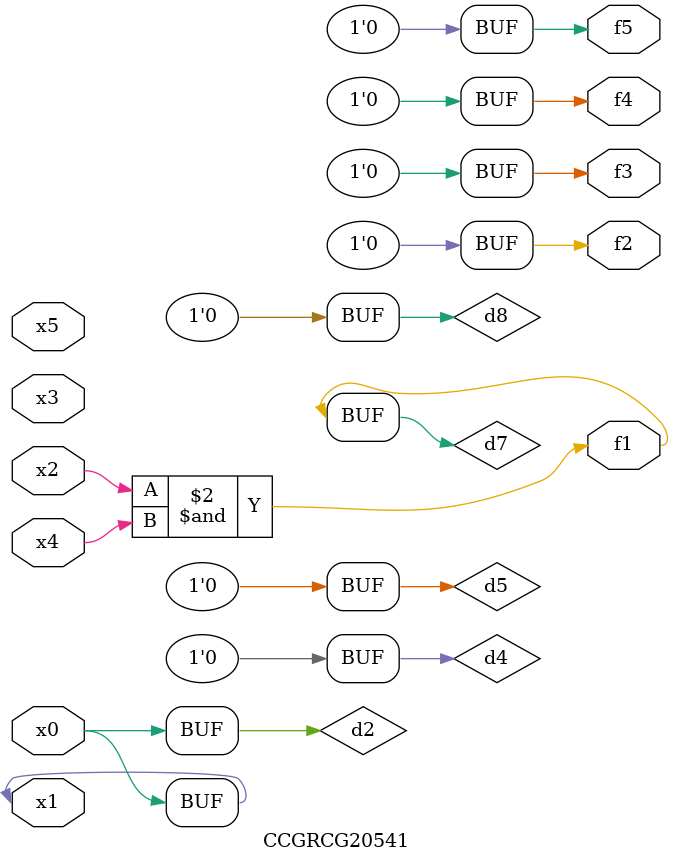
<source format=v>
module CCGRCG20541(
	input x0, x1, x2, x3, x4, x5,
	output f1, f2, f3, f4, f5
);

	wire d1, d2, d3, d4, d5, d6, d7, d8, d9;

	nand (d1, x1);
	buf (d2, x0, x1);
	nand (d3, x2, x4);
	and (d4, d1, d2);
	and (d5, d1, d2);
	nand (d6, d1, d3);
	not (d7, d3);
	xor (d8, d5);
	nor (d9, d5, d6);
	assign f1 = d7;
	assign f2 = d8;
	assign f3 = d8;
	assign f4 = d8;
	assign f5 = d8;
endmodule

</source>
